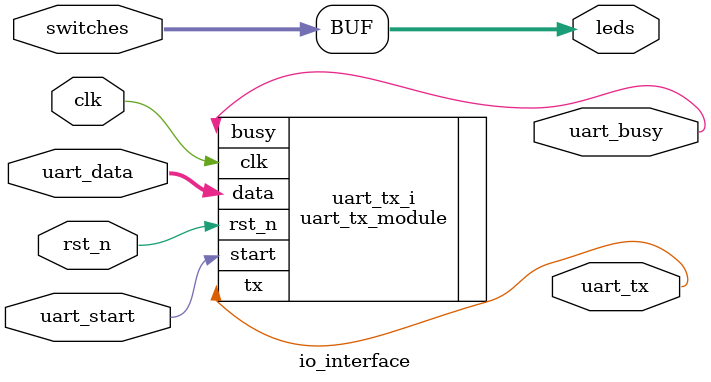
<source format=v>

`timescale 1ns/1ps
`include "uart_tx_module.v"

module io_interface
#(
    parameter integer CLKS_PER_BIT = 16
)
(
    input  wire        clk,
    input  wire        rst_n,
    input  wire [7:0]  switches,   // Entradas (switches)
    output wire [7:0]  leds,       // Salidas (LEDs)
    input  wire        uart_start, // Pulso de inicio de transmisión
    input  wire [7:0]  uart_data,  // Byte a transmitir
    output wire        uart_tx,    // TX serial
    output wire        uart_busy   // Señal de ocupado (útil para test/síntesis)
);

    // Mapeo directo de entradas a salidas
    assign leds = switches;

    // UART TX
    uart_tx_module #(.CLKS_PER_BIT(CLKS_PER_BIT)) uart_tx_i (
        .clk   (clk),
        .rst_n (rst_n),
        .start (uart_start),
        .data  (uart_data),
        .tx    (uart_tx),
        .busy  (uart_busy)
    );

endmodule

</source>
